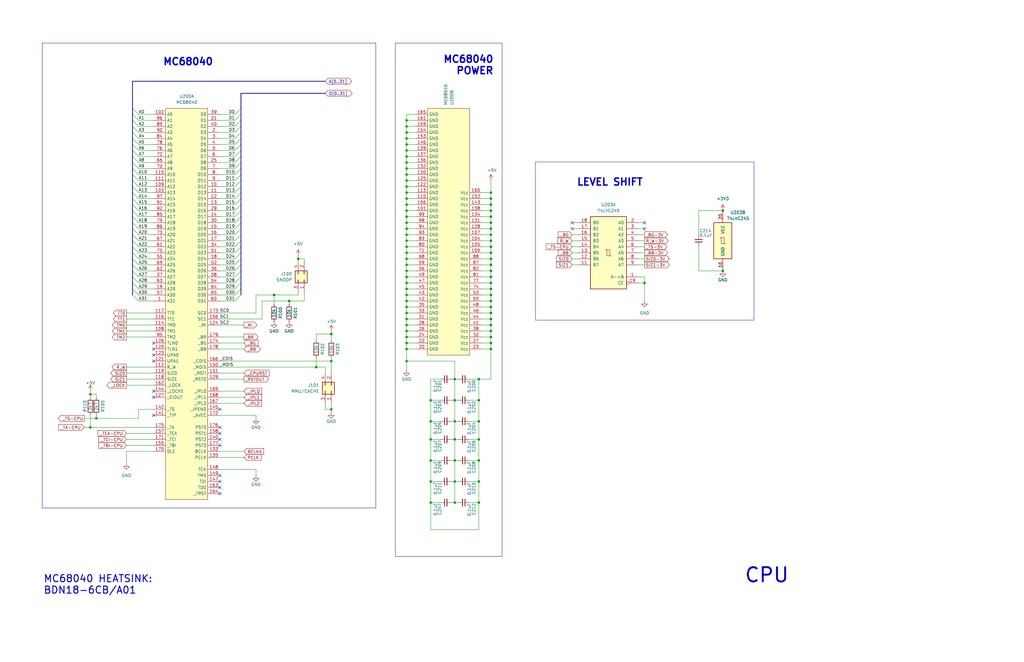
<source format=kicad_sch>
(kicad_sch (version 20231120) (generator "eeschema") (generator_version "8.0")
  (paper "B")
  (title_block (title "AmigaPCI 68040 Local Bus Card") (date "2025-06-28") (rev "5.0"))
  (junction (at 171.45 63.5))
  (junction (at 171.45 83.82))
  (junction (at 171.45 58.42))
  (junction (at 181.61 203.2))
  (junction (at 191.77 177.8))
  (junction (at 201.93 177.8))
  (junction (at 181.61 212.09))
  (junction (at 171.45 68.58))
  (junction (at 171.45 76.2))
  (junction (at 304.8 114.3))
  (junction (at 171.45 134.62))
  (junction (at 171.45 127))
  (junction (at 207.01 129.54))
  (junction (at 207.01 144.78))
  (junction (at 207.01 121.92))
  (junction (at 171.45 132.08))
  (junction (at 207.01 139.7))
  (junction (at 171.45 152.4))
  (junction (at 191.77 185.42))
  (junction (at 171.45 137.16))
  (junction (at 181.61 177.8))
  (junction (at 207.01 104.14))
  (junction (at 171.45 104.14))
  (junction (at 171.45 81.28))
  (junction (at 171.45 71.12))
  (junction (at 171.45 147.32))
  (junction (at 191.77 203.2))
  (junction (at 207.01 106.68))
  (junction (at 171.45 93.98))
  (junction (at 207.01 147.32))
  (junction (at 171.45 111.76))
  (junction (at 181.61 168.91))
  (junction (at 207.01 114.3))
  (junction (at 139.7 172.72))
  (junction (at 271.78 119.38))
  (junction (at 207.01 99.06))
  (junction (at 171.45 66.04))
  (junction (at 207.01 93.98))
  (junction (at 201.93 194.31))
  (junction (at 171.45 116.84))
  (junction (at 171.45 96.52))
  (junction (at 121.92 127))
  (junction (at 125.73 109.22))
  (junction (at 207.01 132.08))
  (junction (at 171.45 144.78))
  (junction (at 207.01 83.82))
  (junction (at 115.57 124.46))
  (junction (at 304.8 88.9))
  (junction (at 207.01 116.84))
  (junction (at 171.45 73.66))
  (junction (at 139.7 152.4))
  (junction (at 171.45 109.22))
  (junction (at 38.1 166.37))
  (junction (at 171.45 55.88))
  (junction (at 207.01 88.9))
  (junction (at 171.45 88.9))
  (junction (at 191.77 168.91))
  (junction (at 171.45 139.7))
  (junction (at 201.93 212.09))
  (junction (at 207.01 134.62))
  (junction (at 171.45 124.46))
  (junction (at 171.45 99.06))
  (junction (at 207.01 91.44))
  (junction (at 207.01 127))
  (junction (at 207.01 119.38))
  (junction (at 201.93 160.02))
  (junction (at 171.45 86.36))
  (junction (at 207.01 81.28))
  (junction (at 171.45 53.34))
  (junction (at 171.45 91.44))
  (junction (at 207.01 101.6))
  (junction (at 171.45 129.54))
  (junction (at 171.45 106.68))
  (junction (at 171.45 142.24))
  (junction (at 207.01 86.36))
  (junction (at 133.35 154.94))
  (junction (at 207.01 109.22))
  (junction (at 191.77 194.31))
  (junction (at 171.45 50.8))
  (junction (at 38.1 180.34))
  (junction (at 201.93 203.2))
  (junction (at 201.93 185.42))
  (junction (at 181.61 185.42))
  (junction (at 171.45 60.96))
  (junction (at 171.45 121.92))
  (junction (at 40.64 176.53))
  (junction (at 191.77 212.09))
  (junction (at 139.7 140.97))
  (junction (at 207.01 137.16))
  (junction (at 181.61 194.31))
  (junction (at 171.45 101.6))
  (junction (at 171.45 119.38))
  (junction (at 171.45 78.74))
  (junction (at 207.01 111.76))
  (junction (at 201.93 168.91))
  (junction (at 207.01 142.24))
  (junction (at 207.01 124.46))
  (junction (at 207.01 96.52))
  (junction (at 171.45 114.3))
  (junction (at 191.77 160.02))
  (no_connect (at 92.71 208.28))
  (no_connect (at 64.77 149.86))
  (no_connect (at 64.77 144.78))
  (no_connect (at 271.78 96.52))
  (no_connect (at 64.77 175.26))
  (no_connect (at 64.77 167.64))
  (no_connect (at 92.71 185.42))
  (no_connect (at 64.77 165.1))
  (no_connect (at 92.71 182.88))
  (no_connect (at 92.71 205.74))
  (no_connect (at 64.77 152.4))
  (no_connect (at 64.77 147.32))
  (no_connect (at 92.71 172.72))
  (no_connect (at 271.78 93.98))
  (no_connect (at 92.71 200.66))
  (no_connect (at 92.71 187.96))
  (no_connect (at 241.3 93.98))
  (no_connect (at 241.3 96.52))
  (no_connect (at 92.71 203.2))
  (no_connect (at 92.71 180.34))
  (bus_entry (at 99.06 50.8) (size 2.54 -2.54))
  (bus_entry (at 99.06 91.44) (size 2.54 -2.54))
  (bus_entry (at 58.42 106.68) (size -2.54 -2.54))
  (bus_entry (at 99.06 76.2) (size 2.54 -2.54))
  (bus_entry (at 58.42 58.42) (size -2.54 -2.54))
  (bus_entry (at 58.42 88.9) (size -2.54 -2.54))
  (bus_entry (at 99.06 78.74) (size 2.54 -2.54))
  (bus_entry (at 99.06 104.14) (size 2.54 -2.54))
  (bus_entry (at 99.06 60.96) (size 2.54 -2.54))
  (bus_entry (at 99.06 83.82) (size 2.54 -2.54))
  (bus_entry (at 58.42 83.82) (size -2.54 -2.54))
  (bus_entry (at 58.42 63.5) (size -2.54 -2.54))
  (bus_entry (at 99.06 63.5) (size 2.54 -2.54))
  (bus_entry (at 58.42 96.52) (size -2.54 -2.54))
  (bus_entry (at 99.06 101.6) (size 2.54 -2.54))
  (bus_entry (at 58.42 116.84) (size -2.54 -2.54))
  (bus_entry (at 58.42 124.46) (size -2.54 -2.54))
  (bus_entry (at 58.42 93.98) (size -2.54 -2.54))
  (bus_entry (at 99.06 116.84) (size 2.54 -2.54))
  (bus_entry (at 99.06 124.46) (size 2.54 -2.54))
  (bus_entry (at 99.06 106.68) (size 2.54 -2.54))
  (bus_entry (at 58.42 81.28) (size -2.54 -2.54))
  (bus_entry (at 58.42 101.6) (size -2.54 -2.54))
  (bus_entry (at 99.06 53.34) (size 2.54 -2.54))
  (bus_entry (at 99.06 86.36) (size 2.54 -2.54))
  (bus_entry (at 99.06 88.9) (size 2.54 -2.54))
  (bus_entry (at 58.42 48.26) (size -2.54 -2.54))
  (bus_entry (at 58.42 109.22) (size -2.54 -2.54))
  (bus_entry (at 99.06 93.98) (size 2.54 -2.54))
  (bus_entry (at 58.42 50.8) (size -2.54 -2.54))
  (bus_entry (at 58.42 121.92) (size -2.54 -2.54))
  (bus_entry (at 58.42 127) (size -2.54 -2.54))
  (bus_entry (at 58.42 91.44) (size -2.54 -2.54))
  (bus_entry (at 99.06 73.66) (size 2.54 -2.54))
  (bus_entry (at 58.42 119.38) (size -2.54 -2.54))
  (bus_entry (at 58.42 114.3) (size -2.54 -2.54))
  (bus_entry (at 99.06 58.42) (size 2.54 -2.54))
  (bus_entry (at 99.06 121.92) (size 2.54 -2.54))
  (bus_entry (at 99.06 109.22) (size 2.54 -2.54))
  (bus_entry (at 58.42 71.12) (size -2.54 -2.54))
  (bus_entry (at 99.06 127) (size 2.54 -2.54))
  (bus_entry (at 99.06 111.76) (size 2.54 -2.54))
  (bus_entry (at 58.42 53.34) (size -2.54 -2.54))
  (bus_entry (at 58.42 99.06) (size -2.54 -2.54))
  (bus_entry (at 58.42 78.74) (size -2.54 -2.54))
  (bus_entry (at 99.06 114.3) (size 2.54 -2.54))
  (bus_entry (at 58.42 86.36) (size -2.54 -2.54))
  (bus_entry (at 99.06 55.88) (size 2.54 -2.54))
  (bus_entry (at 58.42 104.14) (size -2.54 -2.54))
  (bus_entry (at 58.42 111.76) (size -2.54 -2.54))
  (bus_entry (at 99.06 66.04) (size 2.54 -2.54))
  (bus_entry (at 58.42 66.04) (size -2.54 -2.54))
  (bus_entry (at 58.42 60.96) (size -2.54 -2.54))
  (bus_entry (at 99.06 119.38) (size 2.54 -2.54))
  (bus_entry (at 58.42 73.66) (size -2.54 -2.54))
  (bus_entry (at 99.06 96.52) (size 2.54 -2.54))
  (bus_entry (at 58.42 68.58) (size -2.54 -2.54))
  (bus_entry (at 99.06 48.26) (size 2.54 -2.54))
  (bus_entry (at 99.06 81.28) (size 2.54 -2.54))
  (bus_entry (at 99.06 99.06) (size 2.54 -2.54))
  (bus_entry (at 58.42 76.2) (size -2.54 -2.54))
  (bus_entry (at 99.06 71.12) (size 2.54 -2.54))
  (bus_entry (at 99.06 68.58) (size 2.54 -2.54))
  (bus_entry (at 58.42 55.88) (size -2.54 -2.54))
  (wire (pts (xy 40.64 176.53) (xy 58.42 176.53)))
  (wire (pts (xy 171.45 106.68) (xy 171.45 109.22)))
  (wire (pts (xy 207.01 99.06) (xy 207.01 101.6)))
  (wire (pts (xy 121.92 127) (xy 128.27 127)))
  (wire (pts (xy 92.71 132.08) (xy 107.95 132.08)))
  (wire (pts (xy 92.71 127) (xy 99.06 127)))
  (wire (pts (xy 241.3 96.52) (xy 243.84 96.52)))
  (wire (pts (xy 207.01 116.84) (xy 203.2 116.84)))
  (wire (pts (xy 191.77 152.4) (xy 191.77 160.02)))
  (wire (pts (xy 207.01 83.82) (xy 207.01 86.36)))
  (wire (pts (xy 58.42 81.28) (xy 64.77 81.28)))
  (wire (pts (xy 58.42 73.66) (xy 64.77 73.66)))
  (wire (pts (xy 175.26 81.28) (xy 171.45 81.28)))
  (wire (pts (xy 58.42 119.38) (xy 64.77 119.38)))
  (wire (pts (xy 139.7 172.72) (xy 139.7 170.18)))
  (wire (pts (xy 92.71 73.66) (xy 99.06 73.66)))
  (wire (pts (xy 38.1 165.1) (xy 38.1 166.37)))
  (bus (pts (xy 101.6 83.82) (xy 101.6 86.36)))
  (wire (pts (xy 198.12 160.02) (xy 201.93 160.02)))
  (wire (pts (xy 269.24 116.84) (xy 271.78 116.84)))
  (wire (pts (xy 107.95 198.12) (xy 107.95 200.66)))
  (wire (pts (xy 171.45 73.66) (xy 171.45 76.2)))
  (wire (pts (xy 193.04 212.09) (xy 191.77 212.09)))
  (wire (pts (xy 193.04 203.2) (xy 191.77 203.2)))
  (wire (pts (xy 128.27 110.49) (xy 128.27 109.22)))
  (wire (pts (xy 207.01 121.92) (xy 207.01 124.46)))
  (wire (pts (xy 35.56 180.34) (xy 38.1 180.34)))
  (wire (pts (xy 207.01 104.14) (xy 207.01 106.68)))
  (wire (pts (xy 175.26 96.52) (xy 171.45 96.52)))
  (bus (pts (xy 101.6 109.22) (xy 101.6 111.76)))
  (bus (pts (xy 55.88 96.52) (xy 55.88 99.06)))
  (wire (pts (xy 181.61 203.2) (xy 185.42 203.2)))
  (wire (pts (xy 53.34 182.88) (xy 64.77 182.88)))
  (wire (pts (xy 191.77 185.42) (xy 191.77 194.31)))
  (wire (pts (xy 58.42 121.92) (xy 64.77 121.92)))
  (bus (pts (xy 101.6 106.68) (xy 101.6 109.22)))
  (bus (pts (xy 55.88 68.58) (xy 55.88 71.12)))
  (wire (pts (xy 181.61 160.02) (xy 181.61 168.91)))
  (wire (pts (xy 175.26 147.32) (xy 171.45 147.32)))
  (wire (pts (xy 92.71 50.8) (xy 99.06 50.8)))
  (wire (pts (xy 175.26 106.68) (xy 171.45 106.68)))
  (wire (pts (xy 171.45 50.8) (xy 171.45 53.34)))
  (wire (pts (xy 92.71 91.44) (xy 99.06 91.44)))
  (wire (pts (xy 198.12 168.91) (xy 201.93 168.91)))
  (wire (pts (xy 201.93 223.52) (xy 181.61 223.52)))
  (wire (pts (xy 207.01 144.78) (xy 207.01 147.32)))
  (wire (pts (xy 92.71 55.88) (xy 99.06 55.88)))
  (wire (pts (xy 58.42 83.82) (xy 64.77 83.82)))
  (wire (pts (xy 58.42 86.36) (xy 64.77 86.36)))
  (bus (pts (xy 101.6 86.36) (xy 101.6 88.9)))
  (wire (pts (xy 58.42 172.72) (xy 64.77 172.72)))
  (wire (pts (xy 171.45 129.54) (xy 171.45 132.08)))
  (wire (pts (xy 207.01 114.3) (xy 203.2 114.3)))
  (bus (pts (xy 101.6 45.72) (xy 101.6 48.26)))
  (wire (pts (xy 58.42 114.3) (xy 64.77 114.3)))
  (bus (pts (xy 55.88 83.82) (xy 55.88 86.36)))
  (wire (pts (xy 53.34 154.94) (xy 64.77 154.94)))
  (bus (pts (xy 101.6 101.6) (xy 101.6 104.14)))
  (bus (pts (xy 101.6 121.92) (xy 101.6 124.46)))
  (wire (pts (xy 175.26 101.6) (xy 171.45 101.6)))
  (wire (pts (xy 207.01 144.78) (xy 203.2 144.78)))
  (wire (pts (xy 207.01 81.28) (xy 207.01 83.82)))
  (wire (pts (xy 38.1 180.34) (xy 64.77 180.34)))
  (wire (pts (xy 175.26 119.38) (xy 171.45 119.38)))
  (wire (pts (xy 203.2 132.08) (xy 207.01 132.08)))
  (wire (pts (xy 171.45 58.42) (xy 171.45 60.96)))
  (bus (pts (xy 55.88 66.04) (xy 55.88 68.58)))
  (wire (pts (xy 53.34 162.56) (xy 64.77 162.56)))
  (bus (pts (xy 55.88 81.28) (xy 55.88 83.82)))
  (wire (pts (xy 175.26 50.8) (xy 171.45 50.8)))
  (wire (pts (xy 171.45 55.88) (xy 171.45 58.42)))
  (wire (pts (xy 191.77 168.91) (xy 190.5 168.91)))
  (wire (pts (xy 241.3 109.22) (xy 243.84 109.22)))
  (bus (pts (xy 55.88 50.8) (xy 55.88 53.34)))
  (wire (pts (xy 171.45 60.96) (xy 171.45 63.5)))
  (wire (pts (xy 175.26 93.98) (xy 171.45 93.98)))
  (bus (pts (xy 101.6 66.04) (xy 101.6 68.58)))
  (wire (pts (xy 241.3 111.76) (xy 243.84 111.76)))
  (wire (pts (xy 92.71 99.06) (xy 99.06 99.06)))
  (wire (pts (xy 171.45 111.76) (xy 171.45 114.3)))
  (wire (pts (xy 175.26 116.84) (xy 171.45 116.84)))
  (wire (pts (xy 193.04 160.02) (xy 191.77 160.02)))
  (wire (pts (xy 271.78 119.38) (xy 269.24 119.38)))
  (wire (pts (xy 175.26 99.06) (xy 171.45 99.06)))
  (wire (pts (xy 207.01 139.7) (xy 207.01 142.24)))
  (wire (pts (xy 171.45 53.34) (xy 171.45 55.88)))
  (wire (pts (xy 175.26 68.58) (xy 171.45 68.58)))
  (wire (pts (xy 171.45 144.78) (xy 171.45 147.32)))
  (wire (pts (xy 294.64 114.3) (xy 304.8 114.3)))
  (wire (pts (xy 207.01 99.06) (xy 203.2 99.06)))
  (bus (pts (xy 55.88 48.26) (xy 55.88 50.8)))
  (bus (pts (xy 101.6 68.58) (xy 101.6 71.12)))
  (wire (pts (xy 191.77 168.91) (xy 191.77 177.8)))
  (wire (pts (xy 193.04 168.91) (xy 191.77 168.91)))
  (wire (pts (xy 53.34 187.96) (xy 64.77 187.96)))
  (bus (pts (xy 101.6 60.96) (xy 101.6 63.5)))
  (wire (pts (xy 241.3 93.98) (xy 243.84 93.98)))
  (wire (pts (xy 241.3 104.14) (xy 243.84 104.14)))
  (wire (pts (xy 58.42 101.6) (xy 64.77 101.6)))
  (bus (pts (xy 101.6 119.38) (xy 101.6 121.92)))
  (wire (pts (xy 207.01 109.22) (xy 207.01 111.76)))
  (bus (pts (xy 55.88 88.9) (xy 55.88 91.44)))
  (bus (pts (xy 55.88 93.98) (xy 55.88 96.52)))
  (wire (pts (xy 198.12 185.42) (xy 201.93 185.42)))
  (wire (pts (xy 207.01 124.46) (xy 207.01 127)))
  (wire (pts (xy 53.34 142.24) (xy 64.77 142.24)))
  (wire (pts (xy 110.49 134.62) (xy 110.49 127)))
  (wire (pts (xy 92.71 134.62) (xy 110.49 134.62)))
  (wire (pts (xy 133.35 143.51) (xy 133.35 140.97)))
  (bus (pts (xy 55.88 55.88) (xy 55.88 58.42)))
  (wire (pts (xy 92.71 137.16) (xy 102.87 137.16)))
  (wire (pts (xy 92.71 116.84) (xy 99.06 116.84)))
  (wire (pts (xy 207.01 139.7) (xy 203.2 139.7)))
  (wire (pts (xy 181.61 177.8) (xy 185.42 177.8)))
  (wire (pts (xy 207.01 127) (xy 203.2 127)))
  (wire (pts (xy 58.42 116.84) (xy 64.77 116.84)))
  (wire (pts (xy 171.45 119.38) (xy 171.45 121.92)))
  (wire (pts (xy 92.71 142.24) (xy 102.87 142.24)))
  (wire (pts (xy 107.95 124.46) (xy 107.95 132.08)))
  (wire (pts (xy 121.92 127) (xy 121.92 128.27)))
  (wire (pts (xy 175.26 55.88) (xy 171.45 55.88)))
  (wire (pts (xy 207.01 96.52) (xy 207.01 99.06)))
  (wire (pts (xy 92.71 154.94) (xy 133.35 154.94)))
  (wire (pts (xy 207.01 127) (xy 207.01 129.54)))
  (bus (pts (xy 55.88 76.2) (xy 55.88 78.74)))
  (wire (pts (xy 92.71 193.04) (xy 102.87 193.04)))
  (wire (pts (xy 175.26 121.92) (xy 171.45 121.92)))
  (bus (pts (xy 101.6 58.42) (xy 101.6 60.96)))
  (wire (pts (xy 207.01 83.82) (xy 203.2 83.82)))
  (wire (pts (xy 92.71 104.14) (xy 99.06 104.14)))
  (wire (pts (xy 175.26 129.54) (xy 171.45 129.54)))
  (wire (pts (xy 92.71 53.34) (xy 99.06 53.34)))
  (wire (pts (xy 201.93 177.8) (xy 201.93 185.42)))
  (wire (pts (xy 171.45 137.16) (xy 171.45 139.7)))
  (wire (pts (xy 191.77 177.8) (xy 191.77 185.42)))
  (wire (pts (xy 191.77 212.09) (xy 190.5 212.09)))
  (wire (pts (xy 125.73 124.46) (xy 125.73 123.19)))
  (wire (pts (xy 271.78 99.06) (xy 269.24 99.06)))
  (wire (pts (xy 175.26 142.24) (xy 171.45 142.24)))
  (bus (pts (xy 101.6 93.98) (xy 101.6 96.52)))
  (wire (pts (xy 92.71 71.12) (xy 99.06 71.12)))
  (wire (pts (xy 207.01 106.68) (xy 203.2 106.68)))
  (wire (pts (xy 139.7 151.13) (xy 139.7 152.4)))
  (wire (pts (xy 207.01 119.38) (xy 207.01 121.92)))
  (wire (pts (xy 171.45 83.82) (xy 171.45 86.36)))
  (wire (pts (xy 58.42 50.8) (xy 64.77 50.8)))
  (wire (pts (xy 181.61 212.09) (xy 181.61 223.52)))
  (wire (pts (xy 38.1 175.26) (xy 38.1 180.34)))
  (bus (pts (xy 101.6 55.88) (xy 101.6 58.42)))
  (wire (pts (xy 125.73 124.46) (xy 115.57 124.46)))
  (bus (pts (xy 101.6 91.44) (xy 101.6 93.98)))
  (wire (pts (xy 58.42 53.34) (xy 64.77 53.34)))
  (wire (pts (xy 207.01 134.62) (xy 207.01 137.16)))
  (wire (pts (xy 58.42 68.58) (xy 64.77 68.58)))
  (wire (pts (xy 58.42 124.46) (xy 64.77 124.46)))
  (wire (pts (xy 207.01 116.84) (xy 207.01 119.38)))
  (wire (pts (xy 92.71 58.42) (xy 99.06 58.42)))
  (wire (pts (xy 171.45 96.52) (xy 171.45 99.06)))
  (wire (pts (xy 207.01 104.14) (xy 203.2 104.14)))
  (bus (pts (xy 101.6 73.66) (xy 101.6 76.2)))
  (wire (pts (xy 139.7 140.97) (xy 139.7 143.51)))
  (wire (pts (xy 207.01 106.68) (xy 207.01 109.22)))
  (wire (pts (xy 175.26 127) (xy 171.45 127)))
  (wire (pts (xy 58.42 58.42) (xy 64.77 58.42)))
  (wire (pts (xy 175.26 124.46) (xy 171.45 124.46)))
  (wire (pts (xy 193.04 185.42) (xy 191.77 185.42)))
  (wire (pts (xy 198.12 177.8) (xy 201.93 177.8)))
  (wire (pts (xy 171.45 114.3) (xy 171.45 116.84)))
  (wire (pts (xy 53.34 132.08) (xy 64.77 132.08)))
  (wire (pts (xy 207.01 114.3) (xy 207.01 116.84)))
  (bus (pts (xy 55.88 106.68) (xy 55.88 109.22)))
  (bus (pts (xy 101.6 104.14) (xy 101.6 106.68)))
  (wire (pts (xy 171.45 81.28) (xy 171.45 83.82)))
  (wire (pts (xy 191.77 160.02) (xy 191.77 168.91)))
  (wire (pts (xy 175.26 58.42) (xy 171.45 58.42)))
  (bus (pts (xy 55.88 34.29) (xy 137.16 34.29)))
  (wire (pts (xy 92.71 88.9) (xy 99.06 88.9)))
  (wire (pts (xy 294.64 99.06) (xy 294.64 88.9)))
  (wire (pts (xy 175.26 104.14) (xy 171.45 104.14)))
  (bus (pts (xy 55.88 101.6) (xy 55.88 104.14)))
  (wire (pts (xy 271.78 109.22) (xy 269.24 109.22)))
  (bus (pts (xy 55.88 91.44) (xy 55.88 93.98)))
  (wire (pts (xy 175.26 111.76) (xy 171.45 111.76)))
  (wire (pts (xy 92.71 157.48) (xy 102.87 157.48)))
  (wire (pts (xy 133.35 140.97) (xy 139.7 140.97)))
  (wire (pts (xy 171.45 68.58) (xy 171.45 71.12)))
  (bus (pts (xy 55.88 58.42) (xy 55.88 60.96)))
  (wire (pts (xy 171.45 142.24) (xy 171.45 144.78)))
  (wire (pts (xy 92.71 68.58) (xy 99.06 68.58)))
  (wire (pts (xy 191.77 194.31) (xy 191.77 203.2)))
  (wire (pts (xy 269.24 111.76) (xy 271.78 111.76)))
  (wire (pts (xy 207.01 142.24) (xy 207.01 144.78)))
  (wire (pts (xy 139.7 152.4) (xy 139.7 157.48)))
  (bus (pts (xy 55.88 99.06) (xy 55.88 101.6)))
  (wire (pts (xy 58.42 104.14) (xy 64.77 104.14)))
  (wire (pts (xy 207.01 132.08) (xy 207.01 134.62)))
  (wire (pts (xy 92.71 83.82) (xy 99.06 83.82)))
  (bus (pts (xy 55.88 60.96) (xy 55.88 63.5)))
  (wire (pts (xy 58.42 63.5) (xy 64.77 63.5)))
  (wire (pts (xy 198.12 212.09) (xy 201.93 212.09)))
  (bus (pts (xy 101.6 63.5) (xy 101.6 66.04)))
  (wire (pts (xy 58.42 99.06) (xy 64.77 99.06)))
  (wire (pts (xy 207.01 109.22) (xy 203.2 109.22)))
  (wire (pts (xy 92.71 96.52) (xy 99.06 96.52)))
  (wire (pts (xy 271.78 93.98) (xy 269.24 93.98)))
  (wire (pts (xy 133.35 154.94) (xy 137.16 154.94)))
  (wire (pts (xy 207.01 111.76) (xy 207.01 114.3)))
  (bus (pts (xy 55.88 111.76) (xy 55.88 114.3)))
  (wire (pts (xy 175.26 137.16) (xy 171.45 137.16)))
  (wire (pts (xy 198.12 194.31) (xy 201.93 194.31)))
  (wire (pts (xy 92.71 78.74) (xy 99.06 78.74)))
  (bus (pts (xy 55.88 119.38) (xy 55.88 121.92)))
  (wire (pts (xy 181.61 194.31) (xy 181.61 203.2)))
  (wire (pts (xy 191.77 160.02) (xy 190.5 160.02)))
  (wire (pts (xy 241.3 101.6) (xy 243.84 101.6)))
  (wire (pts (xy 175.26 73.66) (xy 171.45 73.66)))
  (bus (pts (xy 55.88 63.5) (xy 55.88 66.04)))
  (wire (pts (xy 207.01 119.38) (xy 203.2 119.38)))
  (wire (pts (xy 207.01 96.52) (xy 203.2 96.52)))
  (wire (pts (xy 181.61 160.02) (xy 185.42 160.02)))
  (wire (pts (xy 207.01 137.16) (xy 203.2 137.16)))
  (wire (pts (xy 271.78 106.68) (xy 269.24 106.68)))
  (wire (pts (xy 201.93 203.2) (xy 201.93 212.09)))
  (wire (pts (xy 175.26 91.44) (xy 171.45 91.44)))
  (wire (pts (xy 53.34 137.16) (xy 64.77 137.16)))
  (wire (pts (xy 175.26 132.08) (xy 171.45 132.08)))
  (wire (pts (xy 203.2 91.44) (xy 207.01 91.44)))
  (wire (pts (xy 175.26 88.9) (xy 171.45 88.9)))
  (wire (pts (xy 207.01 88.9) (xy 207.01 91.44)))
  (wire (pts (xy 92.71 66.04) (xy 99.06 66.04)))
  (wire (pts (xy 271.78 101.6) (xy 269.24 101.6)))
  (wire (pts (xy 92.71 101.6) (xy 99.06 101.6)))
  (wire (pts (xy 207.01 137.16) (xy 207.01 139.7)))
  (wire (pts (xy 171.45 156.21) (xy 171.45 152.4)))
  (wire (pts (xy 207.01 93.98) (xy 207.01 96.52)))
  (wire (pts (xy 137.16 170.18) (xy 137.16 172.72)))
  (wire (pts (xy 58.42 71.12) (xy 64.77 71.12)))
  (wire (pts (xy 58.42 55.88) (xy 64.77 55.88)))
  (wire (pts (xy 92.71 76.2) (xy 99.06 76.2)))
  (wire (pts (xy 125.73 109.22) (xy 125.73 110.49)))
  (wire (pts (xy 181.61 194.31) (xy 185.42 194.31)))
  (wire (pts (xy 171.45 91.44) (xy 171.45 93.98)))
  (wire (pts (xy 125.73 107.95) (xy 125.73 109.22)))
  (wire (pts (xy 191.77 177.8) (xy 190.5 177.8)))
  (wire (pts (xy 171.45 139.7) (xy 171.45 142.24)))
  (wire (pts (xy 58.42 76.2) (xy 64.77 76.2)))
  (wire (pts (xy 137.16 154.94) (xy 137.16 157.48)))
  (wire (pts (xy 92.71 147.32) (xy 102.87 147.32)))
  (wire (pts (xy 207.01 91.44) (xy 207.01 93.98)))
  (bus (pts (xy 55.88 53.34) (xy 55.88 55.88)))
  (bus (pts (xy 101.6 76.2) (xy 101.6 78.74)))
  (wire (pts (xy 58.42 176.53) (xy 58.42 172.72)))
  (wire (pts (xy 175.26 139.7) (xy 171.45 139.7)))
  (bus (pts (xy 101.6 39.37) (xy 137.16 39.37)))
  (wire (pts (xy 181.61 168.91) (xy 185.42 168.91)))
  (wire (pts (xy 171.45 116.84) (xy 171.45 119.38)))
  (wire (pts (xy 175.26 114.3) (xy 171.45 114.3)))
  (wire (pts (xy 175.26 109.22) (xy 171.45 109.22)))
  (bus (pts (xy 101.6 96.52) (xy 101.6 99.06)))
  (wire (pts (xy 171.45 48.26) (xy 171.45 50.8)))
  (bus (pts (xy 101.6 45.72) (xy 101.6 39.37)))
  (wire (pts (xy 171.45 78.74) (xy 171.45 81.28)))
  (wire (pts (xy 53.34 134.62) (xy 64.77 134.62)))
  (wire (pts (xy 171.45 104.14) (xy 171.45 106.68)))
  (wire (pts (xy 171.45 124.46) (xy 171.45 127)))
  (wire (pts (xy 271.78 104.14) (xy 269.24 104.14)))
  (wire (pts (xy 175.26 66.04) (xy 171.45 66.04)))
  (wire (pts (xy 181.61 168.91) (xy 181.61 177.8)))
  (wire (pts (xy 191.77 152.4) (xy 171.45 152.4)))
  (wire (pts (xy 35.56 176.53) (xy 40.64 176.53)))
  (wire (pts (xy 181.61 177.8) (xy 181.61 185.42)))
  (wire (pts (xy 53.34 160.02) (xy 64.77 160.02)))
  (wire (pts (xy 175.26 63.5) (xy 171.45 63.5)))
  (wire (pts (xy 171.45 86.36) (xy 171.45 88.9)))
  (wire (pts (xy 207.01 129.54) (xy 207.01 132.08)))
  (wire (pts (xy 92.71 167.64) (xy 102.87 167.64)))
  (wire (pts (xy 294.64 104.14) (xy 294.64 114.3)))
  (wire (pts (xy 92.71 114.3) (xy 99.06 114.3)))
  (wire (pts (xy 115.57 124.46) (xy 115.57 128.27)))
  (wire (pts (xy 203.2 111.76) (xy 207.01 111.76)))
  (wire (pts (xy 92.71 109.22) (xy 99.06 109.22)))
  (wire (pts (xy 181.61 212.09) (xy 185.42 212.09)))
  (wire (pts (xy 171.45 93.98) (xy 171.45 96.52)))
  (wire (pts (xy 207.01 101.6) (xy 207.01 104.14)))
  (wire (pts (xy 171.45 132.08) (xy 171.45 134.62)))
  (wire (pts (xy 207.01 160.02) (xy 201.93 160.02)))
  (wire (pts (xy 128.27 123.19) (xy 128.27 127)))
  (wire (pts (xy 53.34 185.42) (xy 64.77 185.42)))
  (wire (pts (xy 110.49 127) (xy 121.92 127)))
  (wire (pts (xy 191.77 185.42) (xy 190.5 185.42)))
  (wire (pts (xy 207.01 76.2) (xy 207.01 81.28)))
  (bus (pts (xy 55.88 45.72) (xy 55.88 48.26)))
  (wire (pts (xy 58.42 127) (xy 64.77 127)))
  (wire (pts (xy 53.34 139.7) (xy 64.77 139.7)))
  (wire (pts (xy 191.77 203.2) (xy 190.5 203.2)))
  (wire (pts (xy 92.71 152.4) (xy 139.7 152.4)))
  (wire (pts (xy 53.34 190.5) (xy 53.34 195.58)))
  (wire (pts (xy 171.45 76.2) (xy 171.45 78.74)))
  (wire (pts (xy 201.93 168.91) (xy 201.93 177.8)))
  (wire (pts (xy 107.95 175.26) (xy 107.95 176.53)))
  (wire (pts (xy 171.45 63.5) (xy 171.45 66.04)))
  (wire (pts (xy 171.45 88.9) (xy 171.45 91.44)))
  (bus (pts (xy 55.88 71.12) (xy 55.88 73.66)))
  (wire (pts (xy 92.71 106.68) (xy 99.06 106.68)))
  (wire (pts (xy 92.71 165.1) (xy 102.87 165.1)))
  (wire (pts (xy 171.45 71.12) (xy 171.45 73.66)))
  (wire (pts (xy 207.01 134.62) (xy 203.2 134.62)))
  (wire (pts (xy 92.71 93.98) (xy 99.06 93.98)))
  (wire (pts (xy 58.42 48.26) (xy 64.77 48.26)))
  (bus (pts (xy 55.88 104.14) (xy 55.88 106.68)))
  (wire (pts (xy 207.01 147.32) (xy 203.2 147.32)))
  (wire (pts (xy 175.26 86.36) (xy 171.45 86.36)))
  (wire (pts (xy 198.12 203.2) (xy 201.93 203.2)))
  (wire (pts (xy 171.45 101.6) (xy 171.45 104.14)))
  (wire (pts (xy 171.45 121.92) (xy 171.45 124.46)))
  (wire (pts (xy 92.71 48.26) (xy 99.06 48.26)))
  (wire (pts (xy 271.78 96.52) (xy 269.24 96.52)))
  (wire (pts (xy 201.93 160.02) (xy 201.93 168.91)))
  (wire (pts (xy 115.57 124.46) (xy 107.95 124.46)))
  (wire (pts (xy 175.26 48.26) (xy 171.45 48.26)))
  (wire (pts (xy 207.01 129.54) (xy 203.2 129.54)))
  (wire (pts (xy 58.42 93.98) (xy 64.77 93.98)))
  (wire (pts (xy 128.27 109.22) (xy 125.73 109.22)))
  (wire (pts (xy 92.71 119.38) (xy 99.06 119.38)))
  (wire (pts (xy 171.45 66.04) (xy 171.45 68.58)))
  (wire (pts (xy 40.64 175.26) (xy 40.64 176.53)))
  (wire (pts (xy 207.01 124.46) (xy 203.2 124.46)))
  (wire (pts (xy 139.7 139.7) (xy 139.7 140.97)))
  (wire (pts (xy 207.01 86.36) (xy 203.2 86.36)))
  (wire (pts (xy 241.3 106.68) (xy 243.84 106.68)))
  (wire (pts (xy 203.2 101.6) (xy 207.01 101.6)))
  (wire (pts (xy 92.71 124.46) (xy 99.06 124.46)))
  (wire (pts (xy 58.42 91.44) (xy 64.77 91.44)))
  (wire (pts (xy 175.26 134.62) (xy 171.45 134.62)))
  (wire (pts (xy 191.77 203.2) (xy 191.77 212.09)))
  (wire (pts (xy 203.2 81.28) (xy 207.01 81.28)))
  (bus (pts (xy 101.6 48.26) (xy 101.6 50.8)))
  (wire (pts (xy 201.93 194.31) (xy 201.93 203.2)))
  (wire (pts (xy 58.42 88.9) (xy 64.77 88.9)))
  (bus (pts (xy 55.88 116.84) (xy 55.88 119.38)))
  (wire (pts (xy 181.61 185.42) (xy 181.61 194.31)))
  (wire (pts (xy 38.1 166.37) (xy 38.1 167.64)))
  (wire (pts (xy 92.71 111.76) (xy 99.06 111.76)))
  (wire (pts (xy 203.2 121.92) (xy 207.01 121.92)))
  (wire (pts (xy 171.45 109.22) (xy 171.45 111.76)))
  (wire (pts (xy 171.45 127) (xy 171.45 129.54)))
  (wire (pts (xy 92.71 121.92) (xy 99.06 121.92)))
  (wire (pts (xy 181.61 203.2) (xy 181.61 212.09)))
  (wire (pts (xy 175.26 78.74) (xy 171.45 78.74)))
  (wire (pts (xy 92.71 60.96) (xy 99.06 60.96)))
  (wire (pts (xy 92.71 170.18) (xy 102.87 170.18)))
  (wire (pts (xy 201.93 185.42) (xy 201.93 194.31)))
  (wire (pts (xy 58.42 109.22) (xy 64.77 109.22)))
  (wire (pts (xy 40.64 167.64) (xy 40.64 166.37)))
  (wire (pts (xy 271.78 119.38) (xy 271.78 127)))
  (bus (pts (xy 101.6 53.34) (xy 101.6 55.88)))
  (bus (pts (xy 101.6 71.12) (xy 101.6 73.66)))
  (wire (pts (xy 58.42 60.96) (xy 64.77 60.96)))
  (bus (pts (xy 55.88 34.29) (xy 55.88 45.72)))
  (wire (pts (xy 92.71 160.02) (xy 102.87 160.02)))
  (wire (pts (xy 58.42 106.68) (xy 64.77 106.68)))
  (bus (pts (xy 101.6 114.3) (xy 101.6 116.84)))
  (wire (pts (xy 92.71 81.28) (xy 99.06 81.28)))
  (wire (pts (xy 58.42 66.04) (xy 64.77 66.04)))
  (wire (pts (xy 133.35 151.13) (xy 133.35 154.94)))
  (wire (pts (xy 64.77 190.5) (xy 53.34 190.5)))
  (bus (pts (xy 101.6 99.06) (xy 101.6 101.6)))
  (wire (pts (xy 193.04 194.31) (xy 191.77 194.31)))
  (wire (pts (xy 137.16 172.72) (xy 139.7 172.72)))
  (wire (pts (xy 58.42 78.74) (xy 64.77 78.74)))
  (bus (pts (xy 101.6 88.9) (xy 101.6 91.44)))
  (wire (pts (xy 92.71 63.5) (xy 99.06 63.5)))
  (wire (pts (xy 191.77 194.31) (xy 190.5 194.31)))
  (wire (pts (xy 271.78 116.84) (xy 271.78 119.38)))
  (bus (pts (xy 55.88 86.36) (xy 55.88 88.9)))
  (bus (pts (xy 101.6 81.28) (xy 101.6 83.82)))
  (wire (pts (xy 171.45 99.06) (xy 171.45 101.6)))
  (wire (pts (xy 181.61 185.42) (xy 185.42 185.42)))
  (wire (pts (xy 175.26 144.78) (xy 171.45 144.78)))
  (wire (pts (xy 207.01 88.9) (xy 203.2 88.9)))
  (wire (pts (xy 241.3 99.06) (xy 243.84 99.06)))
  (bus (pts (xy 101.6 111.76) (xy 101.6 114.3)))
  (wire (pts (xy 193.04 177.8) (xy 191.77 177.8)))
  (wire (pts (xy 175.26 53.34) (xy 171.45 53.34)))
  (wire (pts (xy 171.45 134.62) (xy 171.45 137.16)))
  (wire (pts (xy 207.01 147.32) (xy 207.01 160.02)))
  (bus (pts (xy 55.88 114.3) (xy 55.88 116.84)))
  (wire (pts (xy 58.42 96.52) (xy 64.77 96.52)))
  (bus (pts (xy 101.6 78.74) (xy 101.6 81.28)))
  (wire (pts (xy 175.26 83.82) (xy 171.45 83.82)))
  (wire (pts (xy 207.01 93.98) (xy 203.2 93.98)))
  (wire (pts (xy 53.34 157.48) (xy 64.77 157.48)))
  (bus (pts (xy 55.88 78.74) (xy 55.88 81.28)))
  (wire (pts (xy 175.26 76.2) (xy 171.45 76.2)))
  (bus (pts (xy 55.88 73.66) (xy 55.88 76.2)))
  (wire (pts (xy 294.64 88.9) (xy 304.8 88.9)))
  (wire (pts (xy 207.01 86.36) (xy 207.01 88.9)))
  (wire (pts (xy 92.71 144.78) (xy 102.87 144.78)))
  (bus (pts (xy 101.6 116.84) (xy 101.6 119.38)))
  (wire (pts (xy 92.71 86.36) (xy 99.06 86.36)))
  (wire (pts (xy 201.93 212.09) (xy 201.93 223.52)))
  (wire (pts (xy 40.64 166.37) (xy 38.1 166.37)))
  (wire (pts (xy 92.71 198.12) (xy 107.95 198.12)))
  (bus (pts (xy 101.6 50.8) (xy 101.6 53.34)))
  (bus (pts (xy 55.88 109.22) (xy 55.88 111.76)))
  (wire (pts (xy 58.42 111.76) (xy 64.77 111.76)))
  (wire (pts (xy 175.26 71.12) (xy 171.45 71.12)))
  (wire (pts (xy 175.26 60.96) (xy 171.45 60.96)))
  (wire (pts (xy 92.71 175.26) (xy 107.95 175.26)))
  (wire (pts (xy 139.7 173.99) (xy 139.7 172.72)))
  (wire (pts (xy 171.45 147.32) (xy 171.45 152.4)))
  (bus (pts (xy 55.88 121.92) (xy 55.88 124.46)))
  (wire (pts (xy 203.2 142.24) (xy 207.01 142.24)))
  (wire (pts (xy 92.71 190.5) (xy 102.87 190.5)))
  (rectangle (start 166.751 234.823) (end 211.709 18.161))
  (rectangle (start 225.806 68.326) (end 317.94 135.128))
  (rectangle (start 17.78 18.161) (end 158.496 214.376))
  (text "MC68040 HEATSINK: \nBDN18-6CB/A01" (at 18.288 250.952 0) (effects (font (size 3 3) (thickness 0.4) (bold yes)) (justify left bottom)))
  (text "LEVEL SHIFT" (at 243.078 78.74 0) (effects (font (size 3 3) (thickness 0.6) (bold yes)) (justify left bottom)))
  (text "MC68040" (at 68.58 27.94 0) (effects (font (size 3 3) (thickness 0.6) (bold yes)) (justify left bottom)))
  (text "MC68040\nPOWER" (at 208.28 31.75 0) (effects (font (size 3 3) (thickness 0.6) (bold yes)) (justify right bottom)))
  (text "CPU" (at 313.69 246.38 0) (effects (font (size 6 6) (thickness 0.8) (bold yes)) (justify left bottom)))
  (label "D3" (at 99.06 55.88 180))
  (label "A19" (at 58.42 96.52 0))
  (label "D18" (at 99.06 93.98 180))
  (label "A5" (at 58.42 60.96 0))
  (label "A18" (at 58.42 93.98 0))
  (label "D9" (at 99.06 71.12 180))
  (label "A3" (at 58.42 55.88 0))
  (label "A23" (at 58.42 106.68 0))
  (label "A13" (at 58.42 81.28 0))
  (label "SC1" (at 92.71 134.62 0))
  (label "D17" (at 99.06 91.44 180))
  (label "D21" (at 99.06 101.6 180))
  (label "D29" (at 99.06 121.92 180))
  (label "A7" (at 58.42 66.04 0))
  (label "A0" (at 58.42 48.26 0))
  (label "A2" (at 58.42 53.34 0))
  (label "D2" (at 99.06 53.34 180))
  (label "A20" (at 58.42 99.06 0))
  (label "A16" (at 58.42 88.9 0))
  (label "D8" (at 99.06 68.58 180))
  (label "D30" (at 99.06 124.46 180))
  (label "D4" (at 99.06 58.42 180))
  (label "D5" (at 99.06 60.96 180))
  (label "A26" (at 58.42 114.3 0))
  (label "D22" (at 99.06 104.14 180))
  (label "D7" (at 99.06 66.04 180))
  (label "A22" (at 58.42 104.14 0))
  (label "D25" (at 99.06 111.76 180))
  (label "A27" (at 58.42 116.84 0))
  (label "A9" (at 58.42 71.12 0))
  (label "D6" (at 99.06 63.5 180))
  (label "A15" (at 58.42 86.36 0))
  (label "D16" (at 99.06 88.9 180))
  (label "A14" (at 58.42 83.82 0))
  (label "A12" (at 58.42 78.74 0))
  (label "D11" (at 99.06 76.2 180))
  (label "A4" (at 58.42 58.42 0))
  (label "A8" (at 58.42 68.58 0))
  (label "D24" (at 99.06 109.22 180))
  (label "A28" (at 58.42 119.38 0))
  (label "D27" (at 99.06 116.84 180))
  (label "D14" (at 99.06 83.82 180))
  (label "D26" (at 99.06 114.3 180))
  (label "A1" (at 58.42 50.8 0))
  (label "A25" (at 58.42 111.76 0))
  (label "D1" (at 99.06 50.8 180))
  (label "A10" (at 58.42 73.66 0))
  (label "D15" (at 99.06 86.36 180))
  (label "A30" (at 58.42 124.46 0))
  (label "A29" (at 58.42 121.92 0))
  (label "D19" (at 99.06 96.52 180))
  (label "D28" (at 99.06 119.38 180))
  (label "A6" (at 58.42 63.5 0))
  (label "SC2" (at 92.71 137.16 0))
  (label "_CDIS" (at 92.71 152.4 0))
  (label "D23" (at 99.06 106.68 180))
  (label "D13" (at 99.06 81.28 180))
  (label "D31" (at 99.06 127 180))
  (label "SC0" (at 92.71 132.08 0))
  (label "D20" (at 99.06 99.06 180))
  (label "A11" (at 58.42 76.2 0))
  (label "D12" (at 99.06 78.74 180))
  (label "D10" (at 99.06 73.66 180))
  (label "D0" (at 99.06 48.26 180))
  (label "A31" (at 58.42 127 0))
  (label "A24" (at 58.42 109.22 0))
  (label "A21" (at 58.42 101.6 0))
  (label "_MDIS" (at 92.71 154.94 0))
  (label "A17" (at 58.42 91.44 0))
  (global_label "TT0" (shape output) (at 53.34 132.08 180) (property "Intersheetrefs" "${INTERSHEET_REFS}" (at 47.2895 132.08 0) (effects (justify right))))
  (global_label "SIZ1" (shape input) (at 241.3 111.76 180) (property "Intersheetrefs" "${INTERSHEET_REFS}" (at 234.0815 111.76 0) (effects (justify right))))
  (global_label "R_W" (shape output) (at 53.34 154.94 180) (property "Intersheetrefs" "${INTERSHEET_REFS}" (at 47.117 154.94 0) (effects (justify right))))
  (global_label "_IPL2" (shape input) (at 102.87 170.18 0) (property "Intersheetrefs" "${INTERSHEET_REFS}" (at 110.8558 170.18 0) (effects (justify left))))
  (global_label "_LOCK" (shape output) (at 53.34 162.56 180) (property "Intersheetrefs" "${INTERSHEET_REFS}" (at 44.568 162.56 0) (effects (justify right))))
  (global_label "_BB" (shape input) (at 241.3 106.68 180) (property "Intersheetrefs" "${INTERSHEET_REFS}" (at 234.8072 106.68 0) (effects (justify right))))
  (global_label "PCLK" (shape input) (at 102.87 193.04 0) (property "Intersheetrefs" "${INTERSHEET_REFS}" (at 110.6933 193.04 0) (effects (justify left))))
  (global_label "SIZ0" (shape input) (at 241.3 109.22 180) (property "Intersheetrefs" "${INTERSHEET_REFS}" (at 234.0815 109.22 0) (effects (justify right))))
  (global_label "_BR" (shape output) (at 102.87 142.24 0) (property "Intersheetrefs" "${INTERSHEET_REFS}" (at 109.2834 142.24 0) (effects (justify left))))
  (global_label "_TS-CPU" (shape input) (at 241.3 104.14 180) (property "Intersheetrefs" "${INTERSHEET_REFS}" (at 229.7272 104.14 0) (effects (justify right))))
  (global_label "_IPL1" (shape input) (at 102.87 167.64 0) (property "Intersheetrefs" "${INTERSHEET_REFS}" (at 110.8558 167.64 0) (effects (justify left))))
  (global_label "_BG-3V" (shape output) (at 271.78 99.06 0) (property "Intersheetrefs" "${INTERSHEET_REFS}" (at 282.1433 99.06 0) (effects (justify left))))
  (global_label "_MI" (shape output) (at 102.87 137.16 0) (property "Intersheetrefs" "${INTERSHEET_REFS}" (at 108.879 137.16 0) (effects (justify left))))
  (global_label "SIZ0-3V" (shape output) (at 271.78 109.22 0) (property "Intersheetrefs" "${INTERSHEET_REFS}" (at 282.869 109.22 0) (effects (justify left))))
  (global_label "_BG" (shape input) (at 241.3 99.06 180) (property "Intersheetrefs" "${INTERSHEET_REFS}" (at 234.8072 99.06 0) (effects (justify right))))
  (global_label "D[0..31]" (shape bidirectional) (at 137.16 39.37 0) (property "Intersheetrefs" "${INTERSHEET_REFS}" (at 148.844 39.37 0) (effects (justify left))))
  (global_label "_TS-3V" (shape output) (at 271.78 104.14 0) (property "Intersheetrefs" "${INTERSHEET_REFS}" (at 281.7804 104.14 0) (effects (justify left))))
  (global_label "_IPL0" (shape input) (at 102.87 165.1 0) (property "Intersheetrefs" "${INTERSHEET_REFS}" (at 110.8558 165.1 0) (effects (justify left))))
  (global_label "_TCI-CPU" (shape input) (at 53.34 185.42 180) (property "Intersheetrefs" "${INTERSHEET_REFS}" (at 41.1019 185.42 0) (effects (justify right))))
  (global_label "R_W" (shape input) (at 241.3 101.6 180) (property "Intersheetrefs" "${INTERSHEET_REFS}" (at 234.95 101.346 0) (effects (justify right))))
  (global_label "SIZ0" (shape output) (at 53.34 157.48 180) (property "Intersheetrefs" "${INTERSHEET_REFS}" (at 46.2009 157.48 0) (effects (justify right))))
  (global_label "A[0..31]" (shape bidirectional) (at 137.16 34.29 0) (property "Intersheetrefs" "${INTERSHEET_REFS}" (at 147.828 34.036 0) (effects (justify left))))
  (global_label "SIZ1-3V" (shape output) (at 271.78 111.76 0) (property "Intersheetrefs" "${INTERSHEET_REFS}" (at 282.869 111.76 0) (effects (justify left))))
  (global_label "_CPURST" (shape input) (at 102.87 157.48 0) (property "Intersheetrefs" "${INTERSHEET_REFS}" (at 114.1404 157.48 0) (effects (justify left))))
  (global_label "_BG" (shape input) (at 102.87 144.78 0) (property "Intersheetrefs" "${INTERSHEET_REFS}" (at 109.2834 144.78 0) (effects (justify left))))
  (global_label "_TA-CPU" (shape input) (at 35.56 180.34 180) (property "Intersheetrefs" "${INTERSHEET_REFS}" (at 24.1081 180.34 0) (effects (justify right))))
  (global_label "_TBI-CPU" (shape input) (at 53.34 187.96 180) (property "Intersheetrefs" "${INTERSHEET_REFS}" (at 41.1019 187.96 0) (effects (justify right))))
  (global_label "_RSTOUT" (shape output) (at 102.87 160.02 0) (property "Intersheetrefs" "${INTERSHEET_REFS}" (at 113.8985 160.02 0) (effects (justify left))))
  (global_label "TM2" (shape output) (at 53.34 142.24 180) (property "Intersheetrefs" "${INTERSHEET_REFS}" (at 46.7263 142.24 0) (effects (justify right))))
  (global_label "TM1" (shape output) (at 53.34 139.7 180) (property "Intersheetrefs" "${INTERSHEET_REFS}" (at 46.8057 139.7 0) (effects (justify right))))
  (global_label "_BB-3V" (shape output) (at 271.78 106.68 0) (property "Intersheetrefs" "${INTERSHEET_REFS}" (at 282.1433 106.68 0) (effects (justify left))))
  (global_label "R_W-3V" (shape output) (at 271.78 101.6 0) (property "Intersheetrefs" "${INTERSHEET_REFS}" (at 282.194 101.346 0) (effects (justify left))))
  (global_label "TT1" (shape output) (at 53.34 134.62 180) (property "Intersheetrefs" "${INTERSHEET_REFS}" (at 47.2895 134.62 0) (effects (justify right))))
  (global_label "TM0" (shape output) (at 53.34 137.16 180) (property "Intersheetrefs" "${INTERSHEET_REFS}" (at 46.8057 137.16 0) (effects (justify right))))
  (global_label "SIZ1" (shape output) (at 53.34 160.02 180) (property "Intersheetrefs" "${INTERSHEET_REFS}" (at 46.2009 160.02 0) (effects (justify right))))
  (global_label "_BB" (shape bidirectional) (at 102.87 147.32 0) (property "Intersheetrefs" "${INTERSHEET_REFS}" (at 110.3947 147.32 0) (effects (justify left))))
  (global_label "_TEA-CPU" (shape input) (at 53.34 182.88 180) (property "Intersheetrefs" "${INTERSHEET_REFS}" (at 40.7391 182.88 0) (effects (justify right))))
  (global_label "_TS-CPU" (shape output) (at 35.56 176.53 180) (property "Intersheetrefs" "${INTERSHEET_REFS}" (at 26.924 173.99 0) (effects (justify right))))
  (global_label "BCLKA" (shape input) (at 102.87 190.5 0) (property "Intersheetrefs" "${INTERSHEET_REFS}" (at 110.617 190.5 0) (effects (justify left))))
  (symbol (lib_id "Device:R") (at 139.7 147.32 0) (unit 1)
    (property "Reference" "R103" (at 142.367 149.86 90) (effects (justify left)))
    (property "Value" "10k" (at 139.7 149.225 90) (effects (justify left)))
    (property "Footprint" "Resistor_SMD:R_0603_1608Metric" (effects (hide yes)))
  )
  (symbol (lib_id "Device:C_Small") (at 195.58 185.42 270) (unit 1)
    (property "Reference" "C206" (at 199.787 185.674 0) (effects (justify left)))
    (property "Value" "0.1uF" (at 197.866 185.674 0) (effects (justify left)))
    (property "Footprint" "Capacitor_SMD:C_0603_1608Metric" (effects (hide yes)))
  )
  (symbol (lib_id "power:GND") (at 107.95 200.66 0) (unit 1)
    (property "Reference" "#PWR20" (effects (hide yes)))
    (property "Value" "GND" (at 107.95 204.47 0))
  )
  (symbol (lib_id "AmigaPCI-Symbols:MC68040RC33") (at 78.74 128.27 0) (unit 1)
    (property "Reference" "U200" (at 78.74 40.64 0))
    (property "Value" "MC68040" (at 78.74 43.18 0))
    (property "Footprint" "AmigaPCI:PGA179" (effects (hide yes)))
    (instances (project "AmigaPCI Mainboard" (path "" (reference "U200") (unit 1))) (project "AmigaPCI 68040" (path "" (reference "U100") (unit 1))))
  )
  (symbol (lib_name "+5V_1") (lib_id "power:+5V") (at 125.73 107.95 0) (unit 1)
    (property "Reference" "#PWR01" (effects (hide yes)))
    (property "Value" "+5V" (at 125.73 102.87 0))
    (property "Description" "Power symbol creates a global label with name \"+5V\"" (effects (hide yes)))
  )
  (symbol (lib_id "AmigaPCI-Symbols:74LVC245") (at 256.54 106.68 0) (mirror y) (unit 1)
    (property "Reference" "U203" (at 256.54 86.36 0))
    (property "Value" "74LVC245" (at 256.54 88.9 0))
    (property "Footprint" "Package_SO:TSSOP-20_4.4x6.5mm_P0.65mm" (effects (hide yes)))
    (property "Datasheet" "http://www.ti.com/lit/gpn/sn74LS245" (effects (hide yes)))
    (property "Description" "Octal BUS Transceivers, 3-State outputs" (effects (hide yes)))
  )
  (symbol (lib_id "power:GND") (at 121.92 135.89 0) (unit 1)
    (property "Reference" "#PWR19" (effects (hide yes)))
    (property "Value" "GND" (at 121.92 139.7 0))
  )
  (symbol (lib_id "Device:C_Small") (at 187.96 185.42 90) (unit 1)
    (property "Reference" "C207" (at 185.42 190.754 0) (effects (justify left)))
    (property "Value" "0.1uF" (at 183.642 191.008 0) (effects (justify left)))
    (property "Footprint" "Capacitor_SMD:C_0603_1608Metric" (effects (hide yes)))
  )
  (symbol (lib_id "Device:C_Small") (at 195.58 168.91 270) (unit 1)
    (property "Reference" "C202" (at 199.787 169.164 0) (effects (justify left)))
    (property "Value" "0.1uF" (at 197.866 169.164 0) (effects (justify left)))
    (property "Footprint" "Capacitor_SMD:C_0603_1608Metric" (effects (hide yes)))
  )
  (symbol (lib_id "Device:R") (at 133.35 147.32 0) (unit 1)
    (property "Reference" "R102" (at 136.017 149.86 90) (effects (justify left)))
    (property "Value" "10k" (at 133.35 149.225 90) (effects (justify left)))
    (property "Footprint" "Resistor_SMD:R_0603_1608Metric" (effects (hide yes)))
  )
  (symbol (lib_id "Device:R") (at 121.92 132.08 0) (unit 1)
    (property "Reference" "R101" (at 124.587 134.62 90) (effects (justify left)))
    (property "Value" "10k" (at 121.92 133.985 90) (effects (justify left)))
    (property "Footprint" "Resistor_SMD:R_0603_1608Metric" (effects (hide yes)))
  )
  (symbol (lib_id "AmigaPCI-Symbols:74LVC245") (at 304.8 101.6 0) (mirror y) (unit 2)
    (property "Reference" "U203" (at 311.15 89.662 0))
    (property "Value" "74LVC245" (at 311.15 92.202 0))
    (property "Footprint" "Package_SO:TSSOP-20_4.4x6.5mm_P0.65mm" (effects (hide yes)))
    (property "Datasheet" "http://www.ti.com/lit/gpn/sn74LS245" (effects (hide yes)))
    (property "Description" "Octal BUS Transceivers, 3-State outputs" (effects (hide yes)))
  )
  (symbol (lib_name "GND_3") (lib_id "power:GND") (at 304.8 114.3 0) (unit 1)
    (property "Reference" "#PWR078" (effects (hide yes)))
    (property "Value" "GND" (at 304.8 118.11 0))
    (property "Description" "Power symbol creates a global label with name \"GND\" , ground" (effects (hide yes)))
  )
  (symbol (lib_name "+5V_1") (lib_id "power:+5V") (at 139.7 139.7 0) (unit 1)
    (property "Reference" "#PWR24" (effects (hide yes)))
    (property "Value" "+5V" (at 139.7 135.636 0))
    (property "Description" "Power symbol creates a global label with name \"+5V\"" (effects (hide yes)))
  )
  (symbol (lib_id "power:GND") (at 171.45 156.21 0) (unit 1)
    (property "Reference" "#PWR0187" (effects (hide yes)))
    (property "Value" "GND" (at 171.45 160.02 0))
  )
  (symbol (lib_id "power:+5V") (at 207.01 76.2 0) (unit 1)
    (property "Reference" "#PWR0186" (effects (hide yes)))
    (property "Value" "+5V" (at 207.391 71.8058 0))
  )
  (symbol (lib_id "Device:C_Small") (at 195.58 160.02 270) (unit 1)
    (property "Reference" "C200" (at 199.787 160.274 0) (effects (justify left)))
    (property "Value" "0.1uF" (at 197.866 160.274 0) (effects (justify left)))
    (property "Footprint" "Capacitor_SMD:C_0603_1608Metric" (effects (hide yes)))
  )
  (symbol (lib_id "Device:C_Small") (at 187.96 203.2 90) (unit 1)
    (property "Reference" "C211" (at 185.42 208.534 0) (effects (justify left)))
    (property "Value" "0.1uF" (at 183.642 208.788 0) (effects (justify left)))
    (property "Footprint" "Capacitor_SMD:C_0603_1608Metric" (effects (hide yes)))
  )
  (symbol (lib_id "power:+3V3") (at 304.8 88.9 0) (unit 1)
    (property "Reference" "#PWR076" (effects (hide yes)))
    (property "Value" "+3V3" (at 304.8 83.82 0))
    (property "Description" "Power symbol creates a global label with name \"+3V3\"" (effects (hide yes)))
  )
  (symbol (lib_id "Connector_Generic:Conn_02x02_Odd_Even") (at 128.27 118.11 270) (mirror x) (unit 1)
    (property "Reference" "J100" (at 123.19 115.5699 90) (effects (justify right)))
    (property "Value" "SNOOP" (at 123.19 118.1099 90) (effects (justify right)))
    (property "Footprint" "Connector_PinHeader_2.54mm:PinHeader_2x02_P2.54mm_Vertical" (effects (hide yes)))
    (property "Description" "Generic connector, double row, 02x02, odd/even pin numbering scheme (row 1 odd numbers, row 2 even numbers), script generated (kicad-library-utils/schlib/autogen/connector/)" (effects (hide yes)))
  )
  (symbol (lib_id "Device:C_Small") (at 195.58 212.09 270) (unit 1)
    (property "Reference" "C212" (at 199.787 212.344 0) (effects (justify left)))
    (property "Value" "0.1uF" (at 197.866 212.344 0) (effects (justify left)))
    (property "Footprint" "Capacitor_SMD:C_0603_1608Metric" (effects (hide yes)))
  )
  (symbol (lib_id "Device:C_Small") (at 187.96 168.91 90) (unit 1)
    (property "Reference" "C203" (at 185.42 174.244 0) (effects (justify left)))
    (property "Value" "0.1uF" (at 183.642 174.498 0) (effects (justify left)))
    (property "Footprint" "Capacitor_SMD:C_0603_1608Metric" (effects (hide yes)))
  )
  (symbol (lib_id "Device:C_Small") (at 187.96 177.8 90) (unit 1)
    (property "Reference" "C205" (at 185.42 183.134 0) (effects (justify left)))
    (property "Value" "0.1uF" (at 183.642 183.388 0) (effects (justify left)))
    (property "Footprint" "Capacitor_SMD:C_0603_1608Metric" (effects (hide yes)))
  )
  (symbol (lib_name "+5V_1") (lib_id "power:+5V") (at 38.1 165.1 0) (unit 1)
    (property "Reference" "#PWR21" (effects (hide yes)))
    (property "Value" "+5V" (at 38.1 161.544 0))
    (property "Description" "Power symbol creates a global label with name \"+5V\"" (effects (hide yes)))
  )
  (symbol (lib_id "Device:R") (at 38.1 171.45 0) (unit 1)
    (property "Reference" "R110" (at 35.814 173.99 90) (effects (justify left)))
    (property "Value" "2k7" (at 38.1 173.355 90) (effects (justify left)))
    (property "Footprint" "Resistor_SMD:R_0603_1608Metric" (effects (hide yes)))
  )
  (symbol (lib_id "Device:C_Small") (at 294.64 101.6 0) (unit 1)
    (property "Reference" "C214" (at 294.894 97.393 0) (effects (justify left)))
    (property "Value" "0.1uF" (at 294.894 99.314 0) (effects (justify left)))
    (property "Footprint" "Capacitor_SMD:C_0603_1608Metric" (effects (hide yes)))
  )
  (symbol (lib_name "GND_3") (lib_id "power:GND") (at 271.78 127 0) (unit 1)
    (property "Reference" "#PWR077" (effects (hide yes)))
    (property "Value" "GND" (at 271.78 132.08 0))
    (property "Description" "Power symbol creates a global label with name \"GND\" , ground" (effects (hide yes)))
  )
  (symbol (lib_id "Device:C_Small") (at 187.96 212.09 90) (unit 1)
    (property "Reference" "C247" (at 185.42 217.424 0) (effects (justify left)))
    (property "Value" "0.1uF" (at 183.642 217.678 0) (effects (justify left)))
    (property "Footprint" "Capacitor_SMD:C_0603_1608Metric" (effects (hide yes)))
    (instances (project "AmigaPCI Mainboard" (path "" (reference "C247") (unit 1))) (project "AmigaPCI 68040" (path "" (reference "C216") (unit 1))))
  )
  (symbol (lib_name "GND_1") (lib_id "power:GND") (at 53.34 195.58 0) (unit 1)
    (property "Reference" "#PWR3" (effects (hide yes)))
    (property "Value" "GND" (at 53.34 200.66 0))
    (property "Description" "Power symbol creates a global label with name \"GND\" , ground" (effects (hide yes)))
  )
  (symbol (lib_id "Device:C_Small") (at 187.96 194.31 90) (unit 1)
    (property "Reference" "C209" (at 185.42 199.644 0) (effects (justify left)))
    (property "Value" "0.1uF" (at 183.642 199.898 0) (effects (justify left)))
    (property "Footprint" "Capacitor_SMD:C_0603_1608Metric" (effects (hide yes)))
  )
  (symbol (lib_id "Device:C_Small") (at 187.96 160.02 90) (unit 1)
    (property "Reference" "C201" (at 185.42 165.354 0) (effects (justify left)))
    (property "Value" "0.1uF" (at 183.642 165.608 0) (effects (justify left)))
    (property "Footprint" "Capacitor_SMD:C_0603_1608Metric" (effects (hide yes)))
  )
  (symbol (lib_id "AmigaPCI-Symbols:MC68040RC33") (at 189.23 99.06 180) (unit 2)
    (property "Reference" "U200" (at 190.5001 44.45 90) (effects (justify right)))
    (property "Value" "MC68040" (at 187.9601 44.45 90) (effects (justify right)))
    (property "Footprint" "AmigaPCI:PGA179" (effects (hide yes)))
    (instances (project "AmigaPCI Mainboard" (path "" (reference "U200") (unit 2))) (project "AmigaPCI 68040" (path "" (reference "U100") (unit 2))))
  )
  (symbol (lib_id "Device:R") (at 115.57 132.08 0) (unit 1)
    (property "Reference" "R100" (at 118.237 134.62 90) (effects (justify left)))
    (property "Value" "10k" (at 115.57 133.985 90) (effects (justify left)))
    (property "Footprint" "Resistor_SMD:R_0603_1608Metric" (effects (hide yes)))
  )
  (symbol (lib_id "Device:C_Small") (at 195.58 194.31 270) (unit 1)
    (property "Reference" "C208" (at 199.787 194.564 0) (effects (justify left)))
    (property "Value" "0.1uF" (at 197.866 194.564 0) (effects (justify left)))
    (property "Footprint" "Capacitor_SMD:C_0603_1608Metric" (effects (hide yes)))
  )
  (symbol (lib_id "Device:C_Small") (at 195.58 203.2 270) (unit 1)
    (property "Reference" "C210" (at 199.787 203.454 0) (effects (justify left)))
    (property "Value" "0.1uF" (at 197.866 203.454 0) (effects (justify left)))
    (property "Footprint" "Capacitor_SMD:C_0603_1608Metric" (effects (hide yes)))
  )
  (symbol (lib_id "power:GND") (at 139.7 173.99 0) (unit 1)
    (property "Reference" "#PWR2" (effects (hide yes)))
    (property "Value" "GND" (at 139.7 177.8 0))
  )
  (symbol (lib_id "power:GND") (at 115.57 135.89 0) (unit 1)
    (property "Reference" "#PWR23" (effects (hide yes)))
    (property "Value" "GND" (at 115.57 139.7 0))
  )
  (symbol (lib_id "power:GND") (at 107.95 176.53 0) (unit 1)
    (property "Reference" "#PWR0152" (effects (hide yes)))
    (property "Value" "GND" (at 107.95 180.34 0))
  )
  (symbol (lib_id "Connector_Generic:Conn_02x02_Odd_Even") (at 139.7 165.1 270) (mirror x) (unit 1)
    (property "Reference" "J101" (at 134.62 162.5599 90) (effects (justify right)))
    (property "Value" "MMU/CACHE" (at 134.62 165.0999 90) (effects (justify right)))
    (property "Footprint" "Connector_PinHeader_2.54mm:PinHeader_2x02_P2.54mm_Vertical" (effects (hide yes)))
    (property "Description" "Generic connector, double row, 02x02, odd/even pin numbering scheme (row 1 odd numbers, row 2 even numbers), script generated (kicad-library-utils/schlib/autogen/connector/)" (effects (hide yes)))
  )
  (symbol (lib_id "Device:C_Small") (at 195.58 177.8 270) (unit 1)
    (property "Reference" "C204" (at 199.787 178.054 0) (effects (justify left)))
    (property "Value" "0.1uF" (at 197.866 178.054 0) (effects (justify left)))
    (property "Footprint" "Capacitor_SMD:C_0603_1608Metric" (effects (hide yes)))
  )
  (symbol (lib_id "Device:R") (at 40.64 171.45 0) (unit 1)
    (property "Reference" "R105" (at 43.307 173.99 90) (effects (justify left)))
    (property "Value" "2k7" (at 40.64 173.355 90) (effects (justify left)))
    (property "Footprint" "Resistor_SMD:R_0603_1608Metric" (effects (hide yes)))
  )
)
</source>
